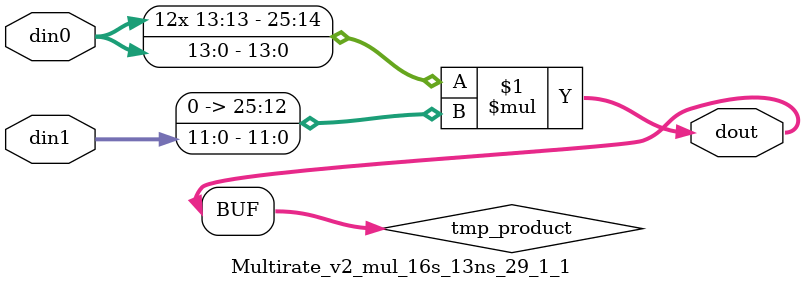
<source format=v>

`timescale 1 ns / 1 ps

 module Multirate_v2_mul_16s_13ns_29_1_1(din0, din1, dout);
parameter ID = 1;
parameter NUM_STAGE = 0;
parameter din0_WIDTH = 14;
parameter din1_WIDTH = 12;
parameter dout_WIDTH = 26;

input [din0_WIDTH - 1 : 0] din0; 
input [din1_WIDTH - 1 : 0] din1; 
output [dout_WIDTH - 1 : 0] dout;

wire signed [dout_WIDTH - 1 : 0] tmp_product;


























assign tmp_product = $signed(din0) * $signed({1'b0, din1});









assign dout = tmp_product;





















endmodule

</source>
